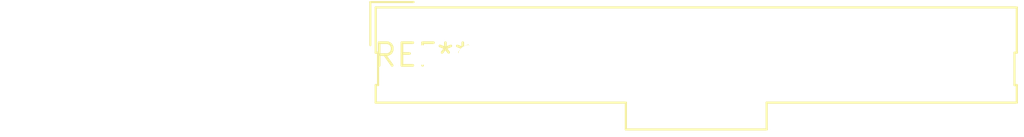
<source format=kicad_pcb>
(kicad_pcb (version 20240108) (generator pcbnew)
  (layers (0 "F.Cu" signal) (31 "B.Cu" signal) (34 "B.Paste" user) (35 "F.Paste" user) (36 "B.SilkS" user "B.Silkscreen") (37 "F.SilkS" user "F.Silkscreen") (38 "B.Mask" user) (39 "F.Mask" user) (44 "Edge.Cuts" user))
  (net 0 "")
  (footprint "Molex_SL_171971-0013_1x13_P2.54mm_Vertical" (layer "F.Cu") (at 0 0)
    (property "Reference" "REF**")
    (property "Value" "Molex_SL_171971-0013_1x13_P2.54mm_Vertical")
    (fp_line (start -2.91 -2.96) (end -0.5 -2.96) (layer "F.SilkS") (stroke (width 0.12)))
    (fp_line (start -2.91 -0.55) (end -2.91 -2.96) (layer "F.SilkS") (stroke (width 0.12)))
    (fp_line (start -2.61 -2.66) (end -2.61 -0.13) (layer "F.SilkS") (stroke (width 0.12)))
    (fp_line (start -2.61 -0.13) (end -2.48 -0.13) (layer "F.SilkS") (stroke (width 0.12)))
    (fp_line (start -2.61 1.68) (end -2.61 2.66) (layer "F.SilkS") (stroke (width 0.12)))
    (fp_line (start -2.61 2.66) (end 11.32 2.66) (layer "F.SilkS") (stroke (width 0.12)))
    (fp_line (start -2.48 -0.13) (end -2.48 1.68) (layer "F.SilkS") (stroke (width 0.12)))
    (fp_line (start -2.48 1.68) (end -2.61 1.68) (layer "F.SilkS") (stroke (width 0.12)))
    (fp_line (start 11.32 2.66) (end 11.32 4.16) (layer "F.SilkS") (stroke (width 0.12)))
    (fp_line (start 11.32 4.16) (end 19.16 4.16) (layer "F.SilkS") (stroke (width 0.12)))
    (fp_line (start 19.16 2.66) (end 33.09 2.66) (layer "F.SilkS") (stroke (width 0.12)))
    (fp_line (start 19.16 4.16) (end 19.16 2.66) (layer "F.SilkS") (stroke (width 0.12)))
    (fp_line (start 32.96 -0.13) (end 33.09 -0.13) (layer "F.SilkS") (stroke (width 0.12)))
    (fp_line (start 32.96 1.68) (end 32.96 -0.13) (layer "F.SilkS") (stroke (width 0.12)))
    (fp_line (start 33.09 -2.66) (end -2.61 -2.66) (layer "F.SilkS") (stroke (width 0.12)))
    (fp_line (start 33.09 -0.13) (end 33.09 -2.66) (layer "F.SilkS") (stroke (width 0.12)))
    (fp_line (start 33.09 1.68) (end 32.96 1.68) (layer "F.SilkS") (stroke (width 0.12)))
    (fp_line (start 33.09 2.66) (end 33.09 1.68) (layer "F.SilkS") (stroke (width 0.12)))
    (pad "1" thru_hole roundrect (at 0 0) (size 1.74 1.74) (drill 1.09) (layers *.Cu *.Mask) (remove_unused_layers) (roundrect_rratio 0.143678))
    (pad "2" thru_hole circle (at 2.54 0) (size 1.74 1.74) (drill 1.09) (layers *.Cu *.Mask) (remove_unused_layers))
    (pad "3" thru_hole circle (at 5.08 0) (size 1.74 1.74) (drill 1.09) (layers *.Cu *.Mask) (remove_unused_layers))
    (pad "4" thru_hole circle (at 7.62 0) (size 1.74 1.74) (drill 1.09) (layers *.Cu *.Mask) (remove_unused_layers))
    (pad "5" thru_hole circle (at 10.16 0) (size 1.74 1.74) (drill 1.09) (layers *.Cu *.Mask) (remove_unused_layers))
    (pad "6" thru_hole circle (at 12.7 0) (size 1.74 1.74) (drill 1.09) (layers *.Cu *.Mask) (remove_unused_layers))
    (pad "7" thru_hole circle (at 15.24 0) (size 1.74 1.74) (drill 1.09) (layers *.Cu *.Mask) (remove_unused_layers))
    (pad "8" thru_hole circle (at 17.78 0) (size 1.74 1.74) (drill 1.09) (layers *.Cu *.Mask) (remove_unused_layers))
    (pad "9" thru_hole circle (at 20.32 0) (size 1.74 1.74) (drill 1.09) (layers *.Cu *.Mask) (remove_unused_layers))
    (pad "10" thru_hole circle (at 22.86 0) (size 1.74 1.74) (drill 1.09) (layers *.Cu *.Mask) (remove_unused_layers))
    (pad "11" thru_hole circle (at 25.4 0) (size 1.74 1.74) (drill 1.09) (layers *.Cu *.Mask) (remove_unused_layers))
    (pad "12" thru_hole circle (at 27.94 0) (size 1.74 1.74) (drill 1.09) (layers *.Cu *.Mask) (remove_unused_layers))
    (pad "13" thru_hole circle (at 30.48 0) (size 1.74 1.74) (drill 1.09) (layers *.Cu *.Mask) (remove_unused_layers))
  )
)
</source>
